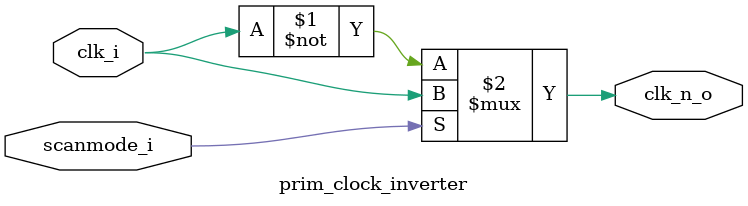
<source format=sv>

module prim_clock_inverter (
  input clk_i,
  output logic clk_n_o,   // Inverted

  input scanmode_i
);

  // Model
  assign clk_n_o = (scanmode_i) ? clk_i : ~clk_i;

endmodule

</source>
